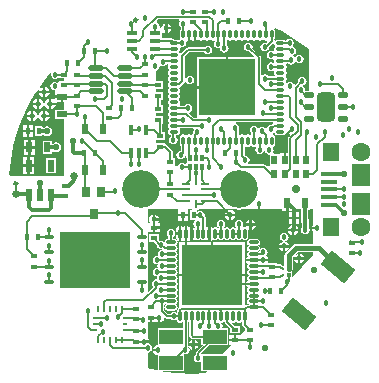
<source format=gtl>
%FSLAX24Y24*%
%MOIN*%
G70*
G01*
G75*
G04 Layer_Physical_Order=1*
G04 Layer_Color=255*
%ADD10C,0.0100*%
G04:AMPARAMS|DCode=11|XSize=63mil|YSize=98.4mil|CornerRadius=15.7mil|HoleSize=0mil|Usage=FLASHONLY|Rotation=0.000|XOffset=0mil|YOffset=0mil|HoleType=Round|Shape=RoundedRectangle|*
%AMROUNDEDRECTD11*
21,1,0.0630,0.0669,0,0,0.0*
21,1,0.0315,0.0984,0,0,0.0*
1,1,0.0315,0.0157,-0.0335*
1,1,0.0315,-0.0157,-0.0335*
1,1,0.0315,-0.0157,0.0335*
1,1,0.0315,0.0157,0.0335*
%
%ADD11ROUNDEDRECTD11*%
G04:AMPARAMS|DCode=12|XSize=33.5mil|YSize=17.7mil|CornerRadius=4.4mil|HoleSize=0mil|Usage=FLASHONLY|Rotation=0.000|XOffset=0mil|YOffset=0mil|HoleType=Round|Shape=RoundedRectangle|*
%AMROUNDEDRECTD12*
21,1,0.0335,0.0089,0,0,0.0*
21,1,0.0246,0.0177,0,0,0.0*
1,1,0.0089,0.0123,-0.0044*
1,1,0.0089,-0.0123,-0.0044*
1,1,0.0089,-0.0123,0.0044*
1,1,0.0089,0.0123,0.0044*
%
%ADD12ROUNDEDRECTD12*%
%ADD13O,0.0335X0.0110*%
%ADD14O,0.0110X0.0335*%
%ADD15R,0.2028X0.2028*%
%ADD16R,0.1850X0.1850*%
%ADD17O,0.0110X0.0315*%
%ADD18O,0.0315X0.0110*%
%ADD19O,0.0276X0.0098*%
%ADD20O,0.0098X0.0276*%
%ADD21O,0.0532X0.0177*%
%ADD22R,0.0142X0.0142*%
%ADD23R,0.0110X0.0110*%
G04:AMPARAMS|DCode=24|XSize=59.1mil|YSize=102.4mil|CornerRadius=0mil|HoleSize=0mil|Usage=FLASHONLY|Rotation=230.000|XOffset=0mil|YOffset=0mil|HoleType=Round|Shape=Rectangle|*
%AMROTATEDRECTD24*
4,1,4,-0.0202,0.0555,0.0582,-0.0103,0.0202,-0.0555,-0.0582,0.0103,-0.0202,0.0555,0.0*
%
%ADD24ROTATEDRECTD24*%

%ADD25R,0.0551X0.0630*%
%ADD26R,0.0630X0.0748*%
%ADD27R,0.0532X0.0157*%
%ADD28R,0.0138X0.0098*%
%ADD29R,0.0098X0.0187*%
%ADD30R,0.0217X0.0394*%
%ADD31R,0.0118X0.0193*%
%ADD32R,0.0118X0.0209*%
%ADD33R,0.0787X0.0472*%
%ADD34R,0.0335X0.0157*%
%ADD35R,0.0157X0.0335*%
%ADD36R,0.0276X0.0354*%
%ADD37R,0.0197X0.0315*%
%ADD38O,0.0315X0.0157*%
%ADD39R,0.2362X0.1890*%
%ADD40R,0.0236X0.0157*%
%ADD41R,0.0197X0.0354*%
%ADD42R,0.0157X0.0236*%
%ADD43R,0.0354X0.0197*%
%ADD44C,0.0060*%
%ADD45C,0.0050*%
%ADD46C,0.0120*%
%ADD47C,0.0181*%
%ADD48C,0.0080*%
%ADD49C,0.0150*%
%ADD50C,0.1260*%
%ADD51C,0.0630*%
%ADD52C,0.0180*%
%ADD53C,0.0197*%
%ADD54C,0.0276*%
%ADD55C,0.0260*%
%ADD56C,0.0220*%
%ADD57C,0.0200*%
G36*
X4008Y-2200D02*
X3321Y-2950D01*
Y-2730D01*
X3306D01*
Y-2717D01*
X3318Y-2698D01*
X3328Y-2650D01*
Y-2612D01*
X3332Y-2605D01*
X3343Y-2550D01*
Y-2259D01*
X3509Y-2093D01*
X4007D01*
X4008Y-2200D01*
D02*
G37*
G36*
X-930Y-4286D02*
X-903Y-4303D01*
X-872Y-4310D01*
X-872Y-4310D01*
X-742D01*
X-729Y-4329D01*
X-683Y-4360D01*
X-628Y-4371D01*
X-573Y-4360D01*
X-540Y-4337D01*
Y-4340D01*
X-532Y-4381D01*
X-508Y-4416D01*
X-474Y-4439D01*
X-433Y-4447D01*
X-392Y-4439D01*
X-357Y-4416D01*
X-334Y-4382D01*
X-317Y-4407D01*
Y-4631D01*
X-1172D01*
Y-5181D01*
X-1216Y-5190D01*
X-1273Y-5227D01*
X-1310Y-5284D01*
X-1315Y-5310D01*
X-1150D01*
Y-5390D01*
X-1315D01*
X-1310Y-5416D01*
X-1273Y-5473D01*
X-1216Y-5510D01*
X-1172Y-5519D01*
Y-6032D01*
X-1436Y-5980D01*
X-1500Y-5962D01*
Y-5443D01*
X-1445Y-5432D01*
X-1399Y-5401D01*
X-1368Y-5355D01*
X-1357Y-5300D01*
X-1368Y-5245D01*
X-1399Y-5199D01*
X-1445Y-5168D01*
X-1475Y-5162D01*
X-1463Y-5143D01*
X-1457Y-5117D01*
X-1623D01*
Y-5037D01*
X-1457D01*
X-1463Y-5011D01*
X-1500Y-4955D01*
Y-4791D01*
X-1491Y-4777D01*
X-1480Y-4723D01*
X-1491Y-4668D01*
X-1500Y-4655D01*
Y-4436D01*
X-1440D01*
Y-4277D01*
X-1360D01*
Y-4436D01*
X-1202D01*
Y-4429D01*
X-1189Y-4437D01*
X-1163Y-4443D01*
Y-4277D01*
X-1083D01*
Y-4443D01*
X-1057Y-4437D01*
X-1000Y-4400D01*
X-963Y-4344D01*
X-950Y-4277D01*
X-952Y-4263D01*
X-930Y-4286D01*
D02*
G37*
G36*
X1263Y-4416D02*
X1298Y-4439D01*
X1339Y-4447D01*
X1380Y-4439D01*
X1415Y-4416D01*
X1437Y-4382D01*
X1460Y-4416D01*
X1495Y-4439D01*
X1536Y-4447D01*
X1577Y-4439D01*
X1612Y-4416D01*
X1634Y-4382D01*
X1651Y-4407D01*
Y-4506D01*
X1651Y-4506D01*
X1657Y-4537D01*
X1675Y-4563D01*
X1732Y-4620D01*
Y-4686D01*
X1565Y-4868D01*
X1440D01*
Y-5027D01*
X1400D01*
Y-5067D01*
X1202D01*
Y-5186D01*
X1274D01*
X990Y-5497D01*
X285D01*
Y-5532D01*
X278Y-5522D01*
X259Y-5509D01*
Y-5502D01*
X557Y-5203D01*
X1172D01*
Y-4631D01*
X958D01*
X982Y-4595D01*
X993Y-4541D01*
X982Y-4486D01*
X955Y-4445D01*
X986Y-4439D01*
X1021Y-4416D01*
X1044Y-4382D01*
X1061Y-4407D01*
Y-4415D01*
X1061Y-4415D01*
X1067Y-4446D01*
X1084Y-4473D01*
X1232Y-4620D01*
Y-4802D01*
X1386D01*
X1400Y-4804D01*
X1414Y-4802D01*
X1568D01*
Y-4544D01*
X1387D01*
X1234Y-4392D01*
X1241Y-4382D01*
X1263Y-4416D01*
D02*
G37*
G36*
X3195Y-707D02*
X3333D01*
Y-650D01*
X3597D01*
Y-677D01*
X3615D01*
Y-782D01*
X3598D01*
Y-1118D01*
X3638D01*
Y-1266D01*
X3618Y-1295D01*
X3607Y-1350D01*
X3618Y-1405D01*
X3649Y-1451D01*
X3695Y-1482D01*
X3750Y-1493D01*
X3805Y-1482D01*
X3851Y-1451D01*
X3882Y-1405D01*
X3893Y-1350D01*
X3882Y-1295D01*
X3862Y-1266D01*
Y-973D01*
X3862Y-973D01*
X3856Y-941D01*
Y-782D01*
X3839D01*
Y-677D01*
X3894D01*
Y-650D01*
X4000D01*
X4003Y-1187D01*
X3979Y-1223D01*
X3974Y-1249D01*
X4139D01*
Y-1329D01*
X3974D01*
X3979Y-1355D01*
X4004Y-1393D01*
X4006Y-1807D01*
X3450D01*
X3404Y-1816D01*
X3395Y-1818D01*
X3349Y-1849D01*
X3099Y-2099D01*
X3068Y-2145D01*
X3057Y-2200D01*
Y-2544D01*
X3010D01*
X2981Y-2515D01*
X2954Y-2497D01*
X2923Y-2491D01*
X2923Y-2491D01*
X2818D01*
Y-2444D01*
X2489D01*
X2502Y-2424D01*
X2508Y-2398D01*
X2342D01*
Y-2318D01*
X2508D01*
X2502Y-2292D01*
X2465Y-2235D01*
X2432Y-2214D01*
X2451Y-2201D01*
X2482Y-2155D01*
X2493Y-2100D01*
X2482Y-2045D01*
X2451Y-1999D01*
X2405Y-1968D01*
X2350Y-1957D01*
X2295Y-1968D01*
X2249Y-1999D01*
X2218Y-2045D01*
X2211Y-2079D01*
X2207D01*
X2182Y-2063D01*
X2216Y-2040D01*
X2239Y-2005D01*
X2247Y-1964D01*
X2239Y-1923D01*
X2216Y-1888D01*
X2182Y-1866D01*
X2216Y-1843D01*
X2239Y-1808D01*
X2247Y-1767D01*
X2239Y-1726D01*
X2216Y-1692D01*
X2181Y-1668D01*
X2140Y-1660D01*
X1916D01*
X1875Y-1668D01*
X1840Y-1692D01*
X1817Y-1726D01*
X1809Y-1767D01*
X1817Y-1808D01*
X1840Y-1843D01*
X1874Y-1866D01*
X1840Y-1888D01*
X1817Y-1923D01*
X1809Y-1964D01*
X1817Y-2005D01*
X1840Y-2040D01*
X1874Y-2063D01*
X1840Y-2085D01*
X1817Y-2120D01*
X1809Y-2161D01*
X1817Y-2202D01*
X1840Y-2237D01*
X1847Y-2241D01*
X1818Y-2260D01*
X1788Y-2305D01*
X1786Y-2318D01*
X2028D01*
Y-2398D01*
X1786D01*
X1788Y-2411D01*
X1818Y-2455D01*
X1847Y-2474D01*
X1840Y-2479D01*
X1817Y-2514D01*
X1809Y-2555D01*
X1817Y-2596D01*
X1840Y-2631D01*
X1874Y-2653D01*
X1840Y-2676D01*
X1817Y-2711D01*
X1809Y-2752D01*
X1817Y-2793D01*
X1840Y-2827D01*
X1874Y-2850D01*
X1840Y-2873D01*
X1817Y-2907D01*
X1809Y-2948D01*
X1817Y-2989D01*
X1840Y-3024D01*
X1847Y-3029D01*
X1818Y-3048D01*
X1788Y-3093D01*
X1786Y-3105D01*
X2028D01*
Y-3185D01*
X1786D01*
X1788Y-3198D01*
X1818Y-3243D01*
X1847Y-3262D01*
X1840Y-3266D01*
X1817Y-3301D01*
X1809Y-3342D01*
X1817Y-3383D01*
X1840Y-3418D01*
X1874Y-3441D01*
X1840Y-3463D01*
X1817Y-3498D01*
X1809Y-3539D01*
X1817Y-3580D01*
X1840Y-3615D01*
X1874Y-3637D01*
X1840Y-3660D01*
X1817Y-3695D01*
X1809Y-3736D01*
X1817Y-3777D01*
X1840Y-3812D01*
X1874Y-3834D01*
X1849Y-3851D01*
X1798D01*
X1767Y-3857D01*
X1756Y-3864D01*
X1744Y-3873D01*
Y-2890D01*
X-444D01*
Y-3928D01*
X-490Y-3975D01*
X-508Y-4001D01*
X-514Y-4033D01*
X-514Y-4033D01*
Y-4049D01*
X-532Y-4075D01*
X-540Y-4116D01*
Y-4118D01*
X-573Y-4096D01*
X-628Y-4085D01*
X-683Y-4096D01*
X-729Y-4127D01*
X-742Y-4146D01*
X-838D01*
X-954Y-4030D01*
Y-3850D01*
X-935Y-3837D01*
X-922Y-3817D01*
X-907D01*
X-882Y-3834D01*
X-916Y-3857D01*
X-939Y-3892D01*
X-947Y-3933D01*
X-939Y-3974D01*
X-916Y-4008D01*
X-881Y-4032D01*
X-840Y-4040D01*
X-616D01*
X-575Y-4032D01*
X-540Y-4008D01*
X-517Y-3974D01*
X-509Y-3933D01*
X-517Y-3892D01*
X-540Y-3857D01*
X-574Y-3834D01*
X-540Y-3812D01*
X-517Y-3777D01*
X-509Y-3736D01*
X-517Y-3695D01*
X-540Y-3660D01*
X-574Y-3637D01*
X-540Y-3615D01*
X-517Y-3580D01*
X-509Y-3539D01*
X-517Y-3498D01*
X-540Y-3463D01*
X-574Y-3441D01*
X-540Y-3418D01*
X-517Y-3383D01*
X-509Y-3342D01*
X-517Y-3301D01*
X-540Y-3266D01*
X-574Y-3244D01*
X-540Y-3221D01*
X-517Y-3186D01*
X-509Y-3145D01*
X-517Y-3104D01*
X-540Y-3069D01*
X-574Y-3047D01*
X-540Y-3024D01*
X-517Y-2989D01*
X-509Y-2948D01*
X-517Y-2907D01*
X-540Y-2873D01*
X-574Y-2850D01*
X-540Y-2827D01*
X-517Y-2793D01*
X-509Y-2752D01*
X-517Y-2711D01*
X-540Y-2676D01*
X-574Y-2653D01*
X-540Y-2631D01*
X-517Y-2596D01*
X-509Y-2555D01*
X-517Y-2514D01*
X-540Y-2479D01*
X-574Y-2456D01*
X-540Y-2434D01*
X-517Y-2399D01*
X-509Y-2358D01*
X-517Y-2317D01*
X-540Y-2282D01*
X-574Y-2259D01*
X-540Y-2237D01*
X-517Y-2202D01*
X-509Y-2161D01*
X-517Y-2120D01*
X-540Y-2085D01*
X-574Y-2063D01*
X-540Y-2040D01*
X-517Y-2005D01*
X-509Y-1964D01*
X-517Y-1923D01*
X-540Y-1888D01*
X-574Y-1866D01*
X-540Y-1843D01*
X-517Y-1808D01*
X-509Y-1767D01*
X-517Y-1726D01*
X-540Y-1692D01*
X-575Y-1668D01*
X-616Y-1660D01*
X-646D01*
Y-1579D01*
X-623Y-1563D01*
X-592Y-1517D01*
X-581Y-1463D01*
X-592Y-1408D01*
X-623Y-1362D01*
X-669Y-1331D01*
X-724Y-1320D01*
X-778Y-1331D01*
X-824Y-1362D01*
X-855Y-1408D01*
X-866Y-1463D01*
X-855Y-1517D01*
X-824Y-1563D01*
X-810Y-1573D01*
Y-1660D01*
X-840D01*
X-881Y-1668D01*
X-916Y-1692D01*
X-939Y-1726D01*
X-945Y-1755D01*
X-949Y-1749D01*
X-995Y-1718D01*
X-1050Y-1707D01*
X-1102Y-1717D01*
X-1132Y-1687D01*
Y-1498D01*
X-1468D01*
Y-1756D01*
X-1279D01*
X-1192Y-1844D01*
X-1193Y-1850D01*
X-1182Y-1905D01*
X-1151Y-1951D01*
X-1105Y-1982D01*
X-1050Y-1993D01*
X-1027Y-1988D01*
X-1005Y-2011D01*
X-1022Y-2007D01*
X-1077Y-2018D01*
X-1123Y-2049D01*
X-1154Y-2095D01*
X-1165Y-2150D01*
X-1154Y-2205D01*
X-1140Y-2226D01*
X-1192Y-2215D01*
X-1247Y-2226D01*
X-1293Y-2257D01*
X-1324Y-2303D01*
X-1335Y-2358D01*
X-1324Y-2412D01*
X-1293Y-2459D01*
X-1247Y-2490D01*
X-1192Y-2501D01*
X-1168Y-2496D01*
X-1171Y-2500D01*
X-1182Y-2555D01*
X-1171Y-2609D01*
X-1167Y-2615D01*
X-1198Y-2609D01*
X-1253Y-2620D01*
X-1299Y-2651D01*
X-1330Y-2697D01*
X-1341Y-2752D01*
X-1330Y-2806D01*
X-1299Y-2853D01*
X-1253Y-2883D01*
X-1198Y-2894D01*
X-1178Y-2890D01*
X-1180Y-2894D01*
X-1191Y-2948D01*
X-1180Y-3003D01*
X-1173Y-3013D01*
X-1228Y-3003D01*
X-1282Y-3013D01*
X-1329Y-3044D01*
X-1359Y-3091D01*
X-1370Y-3145D01*
X-1359Y-3200D01*
X-1329Y-3246D01*
X-1318Y-3253D01*
X-1500Y-3435D01*
Y-3158D01*
X-1495Y-3150D01*
X-1485Y-3100D01*
X-1495Y-3050D01*
X-1500Y-3042D01*
Y-2658D01*
X-1495Y-2650D01*
X-1485Y-2600D01*
X-1495Y-2550D01*
X-1500Y-2542D01*
Y-2158D01*
X-1495Y-2150D01*
X-1485Y-2100D01*
X-1495Y-2050D01*
X-1500Y-2042D01*
Y-1658D01*
X-1495Y-1650D01*
X-1485Y-1600D01*
X-1495Y-1550D01*
X-1500Y-1542D01*
Y-650D01*
X-10D01*
X7Y-675D01*
X16Y-682D01*
X-102D01*
Y-1018D01*
X143D01*
X103Y-1026D01*
X57Y-1057D01*
X26Y-1103D01*
X15Y-1158D01*
X26Y-1213D01*
X57Y-1259D01*
X76Y-1272D01*
Y-1289D01*
X58Y-1262D01*
X14Y-1233D01*
X1Y-1230D01*
Y-1472D01*
Y-1714D01*
X14Y-1712D01*
X58Y-1682D01*
X77Y-1653D01*
X82Y-1660D01*
X117Y-1683D01*
X158Y-1691D01*
X199Y-1683D01*
X234Y-1660D01*
X256Y-1626D01*
X279Y-1660D01*
X314Y-1683D01*
X355Y-1691D01*
X396Y-1683D01*
X431Y-1660D01*
X435Y-1653D01*
X454Y-1682D01*
X499Y-1712D01*
X512Y-1714D01*
Y-1472D01*
Y-1230D01*
X499Y-1233D01*
X454Y-1262D01*
X436Y-1289D01*
Y-955D01*
X430Y-924D01*
X412Y-897D01*
X391Y-883D01*
X387Y-879D01*
X393Y-850D01*
X382Y-795D01*
X351Y-749D01*
X305Y-718D01*
X250Y-707D01*
X195Y-718D01*
X156Y-745D01*
Y-700D01*
X193Y-675D01*
X210Y-650D01*
X1334D01*
X1401Y-670D01*
X1534Y-683D01*
X1667Y-670D01*
X1733Y-650D01*
X2138D01*
X2142Y-652D01*
X2168Y-658D01*
Y-492D01*
X2248D01*
Y-658D01*
X2274Y-652D01*
X2278Y-650D01*
X2976D01*
Y-707D01*
X3115D01*
Y-450D01*
X3195D01*
Y-707D01*
D02*
G37*
G36*
X1995Y1427D02*
X2036Y1419D01*
X2077Y1427D01*
X2080Y1429D01*
X2115Y1394D01*
X2101Y1372D01*
X2090Y1317D01*
X2101Y1263D01*
X2132Y1216D01*
X2178Y1185D01*
X2233Y1175D01*
X2287Y1185D01*
X2334Y1216D01*
X2365Y1263D01*
X2365Y1263D01*
X2415D01*
X2418Y1245D01*
X2449Y1199D01*
X2495Y1168D01*
X2550Y1157D01*
X2570Y1141D01*
Y779D01*
D01*
Y779D01*
X2560Y768D01*
X2479D01*
X2440Y808D01*
X2413Y825D01*
X2382Y832D01*
X2382Y832D01*
X1866D01*
X1851Y879D01*
X1857Y883D01*
X1888Y930D01*
X1899Y984D01*
X1888Y1039D01*
X1857Y1085D01*
X1811Y1116D01*
X1756Y1127D01*
X1724Y1289D01*
Y1424D01*
X1768Y1447D01*
X1798Y1427D01*
X1839Y1419D01*
X1880Y1427D01*
X1915Y1450D01*
X1960D01*
X1995Y1427D01*
D02*
G37*
G36*
X3177Y1877D02*
X3230Y1843D01*
X3235Y1793D01*
X3196Y1754D01*
X3179Y1729D01*
X3174Y1700D01*
Y1224D01*
X3113D01*
Y986D01*
X3033D01*
Y1224D01*
X2894D01*
Y1194D01*
X2867D01*
Y1194D01*
X2700D01*
X2677Y1238D01*
X2682Y1245D01*
X2693Y1300D01*
X2682Y1355D01*
X2682Y1355D01*
X2682Y1355D01*
X2667Y1427D01*
X2702Y1450D01*
X2725Y1485D01*
X2734Y1526D01*
Y1731D01*
X2725Y1772D01*
X2702Y1806D01*
X2673Y1826D01*
X2681Y1869D01*
X2724Y1877D01*
X2744Y1848D01*
X2778Y1825D01*
X2819Y1816D01*
X3024D01*
X3065Y1825D01*
X3100Y1848D01*
X3123Y1883D01*
X3123Y1883D01*
D01*
D01*
D01*
Y1883D01*
X3145Y1926D01*
X3177Y1877D01*
D02*
G37*
G36*
X2677Y2188D02*
X2663Y2178D01*
X2663Y2178D01*
X2623Y2138D01*
X2600Y2143D01*
X2545Y2132D01*
X2499Y2101D01*
X2468Y2055D01*
X2465Y2038D01*
X2416Y2029D01*
X2401Y2051D01*
X2355Y2082D01*
X2300Y2093D01*
X2245Y2082D01*
X2199Y2051D01*
X2199Y2051D01*
Y2051D01*
X2168Y2040D01*
D01*
X2137Y2087D01*
X2090Y2118D01*
X2036Y2129D01*
X1981Y2118D01*
X1935Y2087D01*
X1904Y2040D01*
X1893Y1986D01*
X1904Y1931D01*
X1935Y1885D01*
X1946Y1877D01*
X1944Y1827D01*
X1910Y1810D01*
X1880Y1830D01*
X1839Y1838D01*
X1798Y1830D01*
X1763Y1806D01*
X1718D01*
X1683Y1830D01*
X1642Y1838D01*
X1601Y1830D01*
X1571Y1810D01*
X1527Y1833D01*
Y1988D01*
X1532Y1995D01*
X1543Y2050D01*
X1532Y2105D01*
X1501Y2151D01*
X1455Y2182D01*
X1434Y2186D01*
X1439Y2236D01*
X2663D01*
X2677Y2188D01*
D02*
G37*
G36*
X2969Y5268D02*
X3369Y5018D01*
X3869Y4668D01*
Y3284D01*
X3756D01*
X3742Y3298D01*
X3743Y3300D01*
X3732Y3355D01*
X3701Y3401D01*
X3679Y3416D01*
X3688Y3465D01*
X3705Y3468D01*
X3751Y3499D01*
X3782Y3545D01*
X3793Y3600D01*
X3782Y3655D01*
X3751Y3701D01*
X3705Y3732D01*
X3650Y3743D01*
X3595Y3732D01*
X3549Y3701D01*
X3518Y3655D01*
X3507Y3600D01*
X3513Y3571D01*
X3430Y3488D01*
X3382Y3503D01*
X3382Y3505D01*
X3351Y3551D01*
X3305Y3582D01*
X3250Y3593D01*
X3195Y3582D01*
X3149Y3551D01*
X3149Y3551D01*
Y3551D01*
X3142Y3548D01*
X3100Y3575D01*
Y3619D01*
X3123Y3654D01*
X3131Y3695D01*
X3123Y3736D01*
X3100Y3771D01*
Y3816D01*
X3123Y3851D01*
X3131Y3892D01*
X3123Y3933D01*
X3100Y3968D01*
Y4013D01*
X3123Y4048D01*
X3131Y4089D01*
X3123Y4130D01*
X3103Y4160D01*
X3126Y4204D01*
X3171Y4199D01*
X3217Y4168D01*
X3272Y4157D01*
X3326Y4168D01*
X3373Y4199D01*
X3404Y4245D01*
Y4245D01*
X3404D01*
D01*
Y4245D01*
X3447Y4252D01*
X3449Y4249D01*
X3495Y4218D01*
X3550Y4207D01*
X3605Y4218D01*
X3651Y4249D01*
X3682Y4295D01*
X3693Y4350D01*
X3682Y4405D01*
X3651Y4451D01*
X3605Y4482D01*
X3550Y4493D01*
X3495Y4482D01*
X3449Y4451D01*
X3418Y4405D01*
Y4405D01*
X3418D01*
D01*
Y4405D01*
X3375Y4398D01*
X3373Y4401D01*
X3367Y4404D01*
X3355Y4468D01*
X3401Y4499D01*
X3432Y4545D01*
X3443Y4600D01*
X3432Y4655D01*
X3401Y4701D01*
X3355Y4732D01*
X3354Y4732D01*
X3337Y4757D01*
X3327Y4780D01*
X3356Y4822D01*
X3366Y4876D01*
X3356Y4931D01*
X3325Y4977D01*
X3278Y5008D01*
X3224Y5019D01*
X3169Y5008D01*
X3123Y4977D01*
X3123Y4977D01*
Y4977D01*
X3091Y4958D01*
X3065Y4975D01*
X3024Y4984D01*
X2819D01*
X2778Y4975D01*
X2752Y4958D01*
X2731Y4969D01*
X2718Y5018D01*
X2725Y5028D01*
X2734Y5069D01*
Y5274D01*
X2725Y5315D01*
X2704Y5346D01*
X2737Y5384D01*
X2969Y5268D01*
D02*
G37*
G36*
X-856Y4193D02*
X-816Y4185D01*
X-803Y4160D01*
X-823Y4130D01*
X-831Y4089D01*
X-823Y4048D01*
X-800Y4013D01*
Y3968D01*
X-823Y3933D01*
X-831Y3892D01*
X-823Y3851D01*
X-800Y3816D01*
Y3771D01*
X-823Y3736D01*
X-831Y3695D01*
X-823Y3654D01*
X-800Y3619D01*
Y3574D01*
X-823Y3539D01*
X-831Y3498D01*
X-823Y3457D01*
X-800Y3423D01*
Y3377D01*
X-823Y3343D01*
X-831Y3302D01*
X-823Y3261D01*
X-800Y3226D01*
Y3181D01*
X-823Y3146D01*
X-831Y3105D01*
X-823Y3064D01*
X-800Y3029D01*
Y2984D01*
X-823Y2949D01*
X-831Y2908D01*
X-823Y2867D01*
X-800Y2832D01*
Y2787D01*
X-823Y2752D01*
X-831Y2711D01*
X-823Y2670D01*
X-800Y2635D01*
Y2590D01*
X-823Y2555D01*
X-831Y2514D01*
X-823Y2473D01*
X-800Y2438D01*
Y2393D01*
X-823Y2358D01*
X-831Y2317D01*
X-823Y2276D01*
X-800Y2242D01*
Y2196D01*
X-823Y2161D01*
X-831Y2120D01*
X-823Y2079D01*
X-800Y2045D01*
Y1999D01*
X-823Y1965D01*
X-831Y1924D01*
X-823Y1883D01*
X-800Y1848D01*
X-765Y1825D01*
X-732Y1818D01*
Y1764D01*
X-751Y1751D01*
X-782Y1705D01*
X-793Y1650D01*
X-782Y1595D01*
X-751Y1549D01*
X-705Y1518D01*
X-650Y1507D01*
X-595Y1518D01*
X-549Y1549D01*
X-518Y1595D01*
X-507Y1650D01*
X-518Y1705D01*
X-549Y1751D01*
X-568Y1764D01*
Y1816D01*
X-519D01*
X-478Y1825D01*
X-444Y1848D01*
X-420Y1883D01*
X-412Y1924D01*
X-420Y1965D01*
X-440Y1995D01*
X-417Y2039D01*
X21D01*
X45Y1995D01*
X18Y1955D01*
X7Y1900D01*
X12Y1877D01*
X10Y1875D01*
X-8Y1849D01*
X-12Y1829D01*
X-58Y1809D01*
X-89Y1830D01*
X-130Y1838D01*
X-171Y1830D01*
X-205Y1806D01*
X-251D01*
X-285Y1830D01*
X-326Y1838D01*
X-367Y1830D01*
X-402Y1806D01*
X-425Y1772D01*
X-434Y1731D01*
Y1526D01*
X-425Y1485D01*
X-408Y1459D01*
Y1291D01*
X-455Y1282D01*
X-501Y1251D01*
X-532Y1205D01*
X-543Y1150D01*
X-532Y1095D01*
X-501Y1049D01*
X-455Y1018D01*
X-400Y1007D01*
X-345Y1018D01*
X-299Y1049D01*
X-268Y1095D01*
X-261Y1132D01*
X-211Y1127D01*
Y1080D01*
X-211Y1080D01*
X-206Y1054D01*
Y901D01*
D01*
X-206Y901D01*
X-206Y899D01*
X-206D01*
Y881D01*
X-217Y873D01*
X-250Y856D01*
X-293Y884D01*
X-348Y895D01*
X-402Y884D01*
X-449Y853D01*
X-480Y807D01*
X-487Y768D01*
X-582D01*
Y798D01*
X-582D01*
Y1056D01*
X-668D01*
Y1250D01*
X-668Y1250D01*
X-675Y1281D01*
X-692Y1308D01*
X-692Y1308D01*
X-865Y1481D01*
X-892Y1498D01*
X-923Y1504D01*
X-932Y1550D01*
Y1552D01*
X-1231D01*
Y1648D01*
X-932D01*
Y1906D01*
X-1018D01*
Y2194D01*
X-982D01*
Y2452D01*
X-1231D01*
Y2548D01*
X-982D01*
Y2806D01*
X-1068D01*
Y2994D01*
X-982D01*
Y3252D01*
X-1231D01*
Y3348D01*
X-982D01*
Y3606D01*
X-1231D01*
Y3961D01*
X-1195Y3968D01*
X-1149Y3999D01*
X-1118Y4045D01*
X-1107Y4100D01*
X-1107Y4100D01*
X-1107Y4100D01*
X-1107Y4102D01*
X-1061Y4123D01*
X-1055Y4118D01*
X-1000Y4107D01*
X-945Y4118D01*
X-899Y4149D01*
X-869Y4194D01*
X-856Y4193D01*
D02*
G37*
G36*
X-451Y5662D02*
X-431Y5624D01*
X-459Y5582D01*
X-470Y5527D01*
X-459Y5473D01*
X-428Y5426D01*
X-403Y5409D01*
Y5349D01*
X-425Y5315D01*
X-434Y5274D01*
Y5069D01*
X-425Y5028D01*
X-422Y5023D01*
X-428Y5008D01*
X-475Y4977D01*
X-475Y4976D01*
X-478Y4975D01*
Y4975D01*
X-478Y4975D01*
X-519Y4984D01*
X-613D01*
X-638Y5008D01*
X-664Y5025D01*
X-695Y5032D01*
X-695Y5032D01*
X-1029D01*
Y5047D01*
X-1029D01*
Y5217D01*
X-985Y5240D01*
X-944Y5213D01*
X-917Y5207D01*
Y5373D01*
Y5538D01*
X-944Y5533D01*
X-1000Y5495D01*
X-1037Y5439D01*
X-1045Y5399D01*
X-1094Y5387D01*
X-1107Y5403D01*
X-1103Y5426D01*
X-1116Y5492D01*
X-1153Y5549D01*
X-1200Y5580D01*
X-1204Y5616D01*
X-1200Y5635D01*
X-1166Y5668D01*
X-455D01*
X-451Y5662D01*
D02*
G37*
G36*
X107Y4939D02*
X120Y4942D01*
X165Y4972D01*
X165Y4972D01*
X188Y4994D01*
X223Y4970D01*
X264Y4962D01*
X305Y4970D01*
X340Y4994D01*
X385D01*
X420Y4970D01*
X461Y4962D01*
X502Y4970D01*
X537Y4994D01*
X582D01*
X617Y4970D01*
X658Y4962D01*
X699Y4970D01*
X706Y4975D01*
X742Y4940D01*
X718Y4905D01*
X707Y4850D01*
X718Y4795D01*
X749Y4749D01*
X795Y4718D01*
X850Y4707D01*
X860Y4709D01*
X907Y4700D01*
X918Y4645D01*
X949Y4599D01*
X995Y4568D01*
X1050Y4557D01*
X1105Y4568D01*
X1151Y4599D01*
X1182Y4645D01*
X1193Y4700D01*
X1182Y4755D01*
X1151Y4801D01*
X1132Y4814D01*
Y4966D01*
X1145Y4975D01*
X1176Y4991D01*
X1207Y4970D01*
X1248Y4962D01*
X1289Y4970D01*
X1324Y4994D01*
X1369D01*
X1404Y4970D01*
X1445Y4962D01*
X1486Y4970D01*
X1521Y4994D01*
X1566D01*
X1601Y4970D01*
X1642Y4962D01*
X1683Y4970D01*
X1718Y4994D01*
X1763D01*
X1798Y4970D01*
X1839Y4962D01*
X1880Y4970D01*
X1915Y4994D01*
X1960D01*
X1995Y4970D01*
X2036Y4962D01*
X2077Y4970D01*
X2112Y4994D01*
X2157D01*
X2192Y4970D01*
X2233Y4962D01*
X2274Y4970D01*
X2308Y4994D01*
X2354D01*
X2389Y4970D01*
X2430Y4962D01*
X2462Y4969D01*
X2485Y4924D01*
X2445Y4884D01*
X2400Y4893D01*
X2345Y4882D01*
X2299Y4851D01*
X2268Y4805D01*
X2257Y4750D01*
X2268Y4695D01*
X2299Y4649D01*
X2345Y4618D01*
X2400Y4607D01*
X2455Y4618D01*
X2501Y4649D01*
X2532Y4695D01*
X2543Y4750D01*
X2543Y4751D01*
X2667Y4876D01*
X2715Y4861D01*
X2720Y4835D01*
X2744Y4801D01*
Y4755D01*
X2720Y4721D01*
X2712Y4680D01*
X2720Y4639D01*
X2678Y4610D01*
X2672Y4615D01*
X2617Y4625D01*
X2563Y4615D01*
X2516Y4584D01*
X2485Y4537D01*
X2475Y4483D01*
X2485Y4428D01*
X2516Y4382D01*
X2563Y4351D01*
X2617Y4340D01*
X2672Y4351D01*
X2678Y4355D01*
X2720Y4327D01*
X2712Y4286D01*
X2720Y4245D01*
X2722Y4242D01*
X2687Y4207D01*
X2666Y4221D01*
X2611Y4232D01*
X2556Y4221D01*
X2510Y4190D01*
X2479Y4144D01*
X2468Y4089D01*
X2479Y4034D01*
X2510Y3988D01*
X2556Y3957D01*
X2611Y3946D01*
X2666Y3957D01*
X2687Y3971D01*
X2722Y3936D01*
X2720Y3933D01*
X2712Y3892D01*
X2720Y3851D01*
X2740Y3821D01*
X2717Y3777D01*
X2519D01*
X2506Y3796D01*
X2459Y3827D01*
X2405Y3838D01*
X2350Y3827D01*
X2321Y3807D01*
X2276Y3831D01*
Y4400D01*
X2276Y4400D01*
X2271Y4429D01*
X2254Y4454D01*
X1987Y4721D01*
X1993Y4750D01*
X1982Y4805D01*
X1951Y4851D01*
X1905Y4882D01*
X1850Y4893D01*
X1795Y4882D01*
X1749Y4851D01*
X1718Y4805D01*
X1707Y4750D01*
X1718Y4695D01*
X1749Y4649D01*
X1795Y4618D01*
X1850Y4607D01*
X1879Y4613D01*
X2040Y4451D01*
X2021Y4405D01*
X1190D01*
Y3400D01*
X1150D01*
Y3360D01*
X145D01*
Y2395D01*
D01*
Y2395D01*
X132Y2382D01*
X34D01*
X-120Y2535D01*
X-106Y2579D01*
X-60Y2610D01*
X-29Y2656D01*
X-18Y2711D01*
X-29Y2766D01*
X-60Y2812D01*
X-106Y2843D01*
X-161Y2854D01*
X-216Y2843D01*
X-262Y2812D01*
X-275Y2793D01*
X-417D01*
X-440Y2837D01*
X-420Y2867D01*
X-412Y2908D01*
X-420Y2949D01*
X-444Y2984D01*
Y3029D01*
X-420Y3064D01*
X-412Y3105D01*
X-420Y3146D01*
X-444Y3181D01*
Y3226D01*
X-420Y3261D01*
X-412Y3302D01*
X-420Y3343D01*
X-443Y3376D01*
X-424Y3422D01*
X-420Y3423D01*
X-394Y3441D01*
X-292Y3542D01*
X-292Y3542D01*
X-282Y3558D01*
X-275Y3569D01*
X-273Y3575D01*
X-224Y3584D01*
X-201Y3549D01*
X-155Y3518D01*
X-100Y3507D01*
X-45Y3518D01*
X1Y3549D01*
X32Y3595D01*
X43Y3650D01*
X32Y3705D01*
X1Y3751D01*
X-45Y3782D01*
X-100Y3793D01*
X-155Y3782D01*
X-201Y3751D01*
X-221Y3722D01*
X-268Y3736D01*
Y4416D01*
X-116Y4568D01*
X386D01*
X399Y4549D01*
X445Y4518D01*
X500Y4507D01*
X555Y4518D01*
X601Y4549D01*
X632Y4595D01*
X643Y4650D01*
X632Y4705D01*
X601Y4751D01*
X555Y4782D01*
X500Y4793D01*
X445Y4782D01*
X399Y4751D01*
X386Y4732D01*
X-150D01*
X-150Y4732D01*
X-181Y4725D01*
X-208Y4708D01*
X-208Y4708D01*
X-381Y4534D01*
X-431Y4539D01*
X-444Y4558D01*
Y4604D01*
X-420Y4639D01*
X-412Y4680D01*
X-416Y4700D01*
X-381Y4735D01*
X-374Y4734D01*
X-319Y4744D01*
X-273Y4775D01*
X-242Y4822D01*
X-231Y4876D01*
X-241Y4925D01*
X-199Y4953D01*
X-182Y4942D01*
X-170Y4939D01*
Y5172D01*
X-90D01*
Y4939D01*
X-77Y4942D01*
X-32Y4972D01*
X-30D01*
X15Y4942D01*
X27Y4939D01*
Y5172D01*
X107D01*
Y4939D01*
D02*
G37*
G36*
X-4711Y3871D02*
X-4720Y3827D01*
X-4709Y3773D01*
X-4678Y3726D01*
X-4632Y3695D01*
X-4577Y3684D01*
X-4523Y3695D01*
X-4518Y3698D01*
X-4468Y3698D01*
Y3698D01*
X-4304D01*
Y3602D01*
X-4468D01*
Y3583D01*
X-4512Y3560D01*
X-4545Y3582D01*
X-4600Y3593D01*
X-4655Y3582D01*
X-4701Y3551D01*
X-4732Y3505D01*
X-4743Y3450D01*
X-4732Y3395D01*
X-4701Y3349D01*
X-4655Y3318D01*
X-4607Y3309D01*
Y3274D01*
X-4607D01*
Y3135D01*
X-4350D01*
Y3095D01*
X-4310D01*
Y2917D01*
X-4304D01*
Y2653D01*
X-4577D01*
Y2356D01*
X-4304D01*
Y450D01*
X-6100D01*
X-6125Y527D01*
X-6074Y962D01*
X-5980Y1436D01*
X-5849Y1900D01*
X-5682Y2353D01*
X-5479Y2792D01*
X-5244Y3213D01*
X-5169Y3325D01*
X-5122Y3306D01*
X-5126Y3290D01*
X-4990D01*
Y3426D01*
X-5020Y3420D01*
X-5068Y3388D01*
X-5103Y3423D01*
X-4975Y3615D01*
X-4757Y3892D01*
X-4711Y3871D01*
D02*
G37*
G36*
X-121Y-4407D02*
Y-4861D01*
X-121Y-4861D01*
X-114Y-4892D01*
X-97Y-4919D01*
X-41Y-4975D01*
X-41Y-4975D01*
X-14Y-4992D01*
X17Y-4999D01*
X17Y-4999D01*
X285D01*
Y-5203D01*
X327D01*
X119Y-5410D01*
X102Y-5437D01*
X96Y-5468D01*
X96Y-5468D01*
Y-5509D01*
X76Y-5522D01*
X45Y-5568D01*
X34Y-5623D01*
X45Y-5677D01*
X76Y-5724D01*
X123Y-5755D01*
X177Y-5766D01*
X232Y-5755D01*
X278Y-5724D01*
X285Y-5714D01*
Y-6069D01*
X465D01*
X406Y-6134D01*
X0Y-6150D01*
X-483Y-6131D01*
X-962Y-6074D01*
X-986Y-6069D01*
X-285D01*
Y-5497D01*
X-327D01*
X-309Y-5479D01*
X-305Y-5482D01*
X-250Y-5493D01*
X-195Y-5482D01*
X-149Y-5451D01*
X-118Y-5405D01*
X-107Y-5350D01*
X-118Y-5295D01*
X-149Y-5249D01*
X-154Y-5246D01*
Y-4407D01*
X-137Y-4382D01*
X-121Y-4407D01*
D02*
G37*
%LPC*%
G36*
X2093Y-1217D02*
X1967D01*
Y-1343D01*
X1993Y-1337D01*
X2050Y-1300D01*
X2087Y-1243D01*
X2093Y-1217D01*
D02*
G37*
G36*
X-473Y-1230D02*
X-485Y-1233D01*
X-530Y-1262D01*
X-560Y-1307D01*
X-570Y-1360D01*
Y-1432D01*
X-473D01*
Y-1230D01*
D02*
G37*
G36*
X945Y-1012D02*
X891Y-1023D01*
X844Y-1054D01*
X813Y-1100D01*
X803Y-1155D01*
X813Y-1209D01*
X844Y-1256D01*
X864Y-1269D01*
Y-1293D01*
X847Y-1318D01*
X824Y-1284D01*
X789Y-1261D01*
X748Y-1253D01*
X707Y-1261D01*
X673Y-1284D01*
X668Y-1291D01*
X649Y-1262D01*
X604Y-1233D01*
X592Y-1230D01*
Y-1472D01*
Y-1714D01*
X604Y-1712D01*
X649Y-1682D01*
X668Y-1653D01*
X673Y-1660D01*
X707Y-1683D01*
X748Y-1691D01*
X789Y-1683D01*
X824Y-1660D01*
X847Y-1626D01*
X869Y-1660D01*
X904Y-1683D01*
X945Y-1691D01*
X986Y-1683D01*
X1021Y-1660D01*
X1044Y-1626D01*
X1066Y-1660D01*
X1101Y-1683D01*
X1142Y-1691D01*
X1183Y-1683D01*
X1218Y-1660D01*
X1241Y-1626D01*
X1263Y-1660D01*
X1298Y-1683D01*
X1339Y-1691D01*
X1380Y-1683D01*
X1415Y-1660D01*
X1437Y-1626D01*
X1460Y-1660D01*
X1495Y-1683D01*
X1536Y-1691D01*
X1577Y-1683D01*
X1612Y-1660D01*
X1634Y-1626D01*
X1657Y-1660D01*
X1692Y-1683D01*
X1733Y-1691D01*
X1774Y-1683D01*
X1808Y-1660D01*
X1832Y-1625D01*
X1840Y-1584D01*
Y-1360D01*
X1832Y-1319D01*
X1830Y-1317D01*
X1861Y-1337D01*
X1887Y-1343D01*
Y-1217D01*
X1762D01*
X1767Y-1243D01*
X1783Y-1267D01*
X1774Y-1261D01*
X1733Y-1253D01*
X1692Y-1261D01*
X1657Y-1284D01*
X1634Y-1318D01*
X1617Y-1293D01*
Y-1278D01*
X1637Y-1265D01*
X1668Y-1219D01*
X1679Y-1164D01*
X1668Y-1110D01*
X1637Y-1063D01*
X1590Y-1032D01*
X1536Y-1021D01*
X1481Y-1032D01*
X1435Y-1063D01*
X1404Y-1110D01*
X1393Y-1164D01*
X1404Y-1219D01*
X1435Y-1265D01*
X1454Y-1278D01*
Y-1293D01*
X1437Y-1318D01*
X1415Y-1284D01*
X1380Y-1261D01*
X1339Y-1253D01*
X1298Y-1261D01*
X1263Y-1284D01*
X1241Y-1318D01*
X1218Y-1284D01*
X1183Y-1261D01*
X1142Y-1253D01*
X1101Y-1261D01*
X1066Y-1284D01*
X1044Y-1318D01*
X1027Y-1293D01*
Y-1269D01*
X1046Y-1256D01*
X1077Y-1209D01*
X1088Y-1155D01*
X1077Y-1100D01*
X1046Y-1054D01*
X1000Y-1023D01*
X945Y-1012D01*
D02*
G37*
G36*
X1415Y-890D02*
X1290D01*
Y-1015D01*
X1316Y-1010D01*
X1373Y-973D01*
X1410Y-916D01*
X1415Y-890D01*
D02*
G37*
G36*
X-1340Y-835D02*
X-1366Y-840D01*
X-1423Y-877D01*
X-1460Y-934D01*
X-1473Y-1000D01*
X-1460Y-1066D01*
X-1428Y-1114D01*
X-1498D01*
Y-1432D01*
X-1340D01*
Y-1273D01*
X-1300D01*
Y-1233D01*
X-1102D01*
Y-1114D01*
X-1172D01*
X-1140Y-1066D01*
X-1135Y-1040D01*
X-1300D01*
Y-1000D01*
X-1340D01*
Y-835D01*
D02*
G37*
G36*
X-1102Y-1313D02*
X-1260D01*
Y-1432D01*
X-1102D01*
Y-1313D01*
D02*
G37*
G36*
X3350Y-1177D02*
X3284Y-1190D01*
X3227Y-1227D01*
X3190Y-1284D01*
X3185Y-1310D01*
X3515D01*
X3510Y-1284D01*
X3473Y-1227D01*
X3416Y-1190D01*
X3350Y-1177D01*
D02*
G37*
G36*
X-367Y-890D02*
X-486D01*
Y-1048D01*
X-367D01*
Y-890D01*
D02*
G37*
G36*
X1967Y-1012D02*
Y-1137D01*
X2093D01*
X2087Y-1111D01*
X2050Y-1055D01*
X1993Y-1017D01*
X1967Y-1012D01*
D02*
G37*
G36*
X1210Y-890D02*
X1085D01*
X1090Y-916D01*
X1127Y-973D01*
X1184Y-1010D01*
X1210Y-1015D01*
Y-890D01*
D02*
G37*
G36*
X-168D02*
X-287D01*
Y-1048D01*
X-168D01*
Y-890D01*
D02*
G37*
G36*
X-276Y-1230D02*
X-289Y-1233D01*
X-333Y-1262D01*
X-334Y-1264D01*
X-335Y-1262D01*
X-380Y-1233D01*
X-393Y-1230D01*
Y-1472D01*
Y-1714D01*
X-380Y-1712D01*
X-335Y-1682D01*
X-334Y-1680D01*
X-333Y-1682D01*
X-289Y-1712D01*
X-276Y-1714D01*
Y-1472D01*
Y-1230D01*
D02*
G37*
G36*
X-79D02*
X-92Y-1233D01*
X-136Y-1262D01*
X-137Y-1264D01*
X-138Y-1262D01*
X-183Y-1233D01*
X-196Y-1230D01*
Y-1472D01*
Y-1714D01*
X-183Y-1712D01*
X-138Y-1682D01*
X-137Y-1680D01*
X-136Y-1682D01*
X-92Y-1712D01*
X-79Y-1714D01*
Y-1472D01*
Y-1230D01*
D02*
G37*
G36*
X1887Y-1012D02*
X1861Y-1017D01*
X1805Y-1055D01*
X1767Y-1111D01*
X1762Y-1137D01*
X1887D01*
Y-1012D01*
D02*
G37*
G36*
X3532Y-990D02*
X3214D01*
Y-1148D01*
X3532D01*
Y-990D01*
D02*
G37*
G36*
X610Y-1756D02*
X-444D01*
Y-2810D01*
X610D01*
Y-1756D01*
D02*
G37*
G36*
X1360Y-4868D02*
X1202D01*
Y-4987D01*
X1360D01*
Y-4868D01*
D02*
G37*
G36*
X3510Y-2340D02*
X3385D01*
X3390Y-2366D01*
X3427Y-2423D01*
X3484Y-2460D01*
X3510Y-2465D01*
Y-2340D01*
D02*
G37*
G36*
X1744Y-1756D02*
X690D01*
Y-2810D01*
X1744D01*
Y-1756D01*
D02*
G37*
G36*
X188Y-5217D02*
X63D01*
Y-5343D01*
X89Y-5337D01*
X145Y-5300D01*
X183Y-5243D01*
X188Y-5217D01*
D02*
G37*
G36*
X-17D02*
X-143D01*
X-137Y-5243D01*
X-100Y-5300D01*
X-44Y-5337D01*
X-17Y-5343D01*
Y-5217D01*
D02*
G37*
G36*
X63Y-5012D02*
Y-5137D01*
X188D01*
X183Y-5111D01*
X145Y-5055D01*
X89Y-5017D01*
X63Y-5012D01*
D02*
G37*
G36*
X-17D02*
X-44Y-5017D01*
X-100Y-5055D01*
X-137Y-5111D01*
X-143Y-5137D01*
X-17D01*
Y-5012D01*
D02*
G37*
G36*
X3715Y-2340D02*
X3590D01*
Y-2465D01*
X3616Y-2460D01*
X3673Y-2423D01*
X3710Y-2366D01*
X3715Y-2340D01*
D02*
G37*
G36*
X-473Y-1512D02*
X-570D01*
Y-1584D01*
X-560Y-1637D01*
X-530Y-1682D01*
X-485Y-1712D01*
X-473Y-1714D01*
Y-1512D01*
D02*
G37*
G36*
X3050Y-1457D02*
X2995Y-1468D01*
X2949Y-1499D01*
X2918Y-1545D01*
X2907Y-1600D01*
X2918Y-1655D01*
X2949Y-1701D01*
X2995Y-1732D01*
X3010Y-1735D01*
X2984Y-1740D01*
X2927Y-1777D01*
X2890Y-1834D01*
X2885Y-1860D01*
X3215D01*
X3210Y-1834D01*
X3173Y-1777D01*
X3116Y-1740D01*
X3090Y-1735D01*
X3105Y-1732D01*
X3151Y-1701D01*
X3182Y-1655D01*
X3193Y-1600D01*
X3182Y-1545D01*
X3151Y-1499D01*
X3105Y-1468D01*
X3050Y-1457D01*
D02*
G37*
G36*
X3515Y-1390D02*
X3390D01*
Y-1515D01*
X3416Y-1510D01*
X3473Y-1473D01*
X3510Y-1416D01*
X3515Y-1390D01*
D02*
G37*
G36*
X3310D02*
X3185D01*
X3190Y-1416D01*
X3227Y-1473D01*
X3284Y-1510D01*
X3310Y-1515D01*
Y-1390D01*
D02*
G37*
G36*
X3590Y-2135D02*
Y-2260D01*
X3715D01*
X3710Y-2234D01*
X3673Y-2177D01*
X3616Y-2140D01*
X3590Y-2135D01*
D02*
G37*
G36*
X3510D02*
X3484Y-2140D01*
X3427Y-2177D01*
X3390Y-2234D01*
X3385Y-2260D01*
X3510D01*
Y-2135D01*
D02*
G37*
G36*
X3215Y-1940D02*
X3090D01*
Y-2065D01*
X3116Y-2060D01*
X3173Y-2023D01*
X3210Y-1966D01*
X3215Y-1940D01*
D02*
G37*
G36*
X3010D02*
X2885D01*
X2890Y-1966D01*
X2927Y-2023D01*
X2984Y-2060D01*
X3010Y-2065D01*
Y-1940D01*
D02*
G37*
G36*
X-4990Y2626D02*
X-5020Y2620D01*
X-5080Y2580D01*
X-5120Y2520D01*
X-5125Y2493D01*
X-5175D01*
X-5180Y2520D01*
X-5220Y2580D01*
X-5280Y2620D01*
X-5310Y2626D01*
Y2450D01*
Y2274D01*
X-5280Y2280D01*
X-5220Y2320D01*
X-5180Y2380D01*
X-5175Y2407D01*
X-5125D01*
X-5120Y2380D01*
X-5080Y2320D01*
X-5020Y2280D01*
X-4990Y2274D01*
Y2450D01*
Y2626D01*
D02*
G37*
G36*
X-4910D02*
Y2490D01*
X-4774D01*
X-4780Y2520D01*
X-4820Y2580D01*
X-4880Y2620D01*
X-4910Y2626D01*
D02*
G37*
G36*
X-4574Y2810D02*
X-4710D01*
Y2674D01*
X-4680Y2680D01*
X-4620Y2720D01*
X-4580Y2780D01*
X-4574Y2810D01*
D02*
G37*
G36*
X-5190D02*
X-5326D01*
X-5320Y2780D01*
X-5280Y2720D01*
X-5220Y2680D01*
X-5190Y2674D01*
Y2810D01*
D02*
G37*
G36*
X-5390Y2626D02*
X-5420Y2620D01*
X-5480Y2580D01*
X-5520Y2520D01*
X-5526Y2490D01*
X-5390D01*
Y2626D01*
D02*
G37*
G36*
X-5337Y2138D02*
X-5456D01*
Y1980D01*
X-5337D01*
Y2138D01*
D02*
G37*
G36*
X-5536D02*
X-5654D01*
Y1980D01*
X-5536D01*
Y2138D01*
D02*
G37*
G36*
X-4774Y2410D02*
X-4910D01*
Y2274D01*
X-4880Y2280D01*
X-4820Y2320D01*
X-4780Y2380D01*
X-4774Y2410D01*
D02*
G37*
G36*
X-5390D02*
X-5526D01*
X-5520Y2380D01*
X-5480Y2320D01*
X-5420Y2280D01*
X-5390Y2274D01*
Y2410D01*
D02*
G37*
G36*
X1110Y4405D02*
X145D01*
Y3440D01*
X1110D01*
Y4405D01*
D02*
G37*
G36*
X-4910Y3426D02*
Y3290D01*
X-4774D01*
X-4780Y3320D01*
X-4820Y3380D01*
X-4880Y3420D01*
X-4910Y3426D01*
D02*
G37*
G36*
X-837Y5538D02*
Y5413D01*
X-712D01*
X-717Y5439D01*
X-755Y5495D01*
X-811Y5533D01*
X-837Y5538D01*
D02*
G37*
G36*
X-712Y5333D02*
X-837D01*
Y5207D01*
X-811Y5213D01*
X-755Y5250D01*
X-717Y5307D01*
X-712Y5333D01*
D02*
G37*
G36*
X-4774Y3210D02*
X-4910D01*
Y3074D01*
X-4880Y3080D01*
X-4820Y3120D01*
X-4780Y3180D01*
X-4774Y3210D01*
D02*
G37*
G36*
X-4790Y3026D02*
X-4820Y3020D01*
X-4880Y2980D01*
X-4920Y2920D01*
X-4925Y2893D01*
X-4975D01*
X-4980Y2920D01*
X-5020Y2980D01*
X-5080Y3020D01*
X-5110Y3026D01*
Y2850D01*
Y2674D01*
X-5080Y2680D01*
X-5020Y2720D01*
X-4980Y2780D01*
X-4975Y2807D01*
X-4925D01*
X-4920Y2780D01*
X-4880Y2720D01*
X-4820Y2680D01*
X-4790Y2674D01*
Y2850D01*
Y3026D01*
D02*
G37*
G36*
X-5190D02*
X-5220Y3020D01*
X-5280Y2980D01*
X-5320Y2920D01*
X-5326Y2890D01*
X-5190D01*
Y3026D01*
D02*
G37*
G36*
X-4990Y3210D02*
X-5126D01*
X-5120Y3180D01*
X-5080Y3120D01*
X-5020Y3080D01*
X-4990Y3074D01*
Y3210D01*
D02*
G37*
G36*
X-4390Y3055D02*
X-4607D01*
Y3024D01*
X-4651Y3001D01*
X-4680Y3020D01*
X-4710Y3026D01*
Y2890D01*
X-4562D01*
X-4540Y2917D01*
X-4390D01*
Y3055D01*
D02*
G37*
G36*
X-5286Y752D02*
X-5434D01*
Y515D01*
X-5286D01*
Y752D01*
D02*
G37*
G36*
X-5514D02*
X-5662D01*
Y515D01*
X-5514D01*
Y752D01*
D02*
G37*
G36*
Y1069D02*
X-5662D01*
Y832D01*
X-5514D01*
Y1069D01*
D02*
G37*
G36*
X-4568Y1039D02*
X-4884D01*
Y545D01*
X-4568D01*
Y1039D01*
D02*
G37*
G36*
X1250Y-677D02*
X1184Y-690D01*
X1127Y-727D01*
X1090Y-784D01*
X1085Y-810D01*
X1415D01*
X1410Y-784D01*
X1373Y-727D01*
X1316Y-690D01*
X1250Y-677D01*
D02*
G37*
G36*
X3333Y-752D02*
X3214D01*
Y-910D01*
X3333D01*
Y-752D01*
D02*
G37*
G36*
X-1260Y-835D02*
Y-960D01*
X-1135D01*
X-1140Y-934D01*
X-1177Y-877D01*
X-1234Y-840D01*
X-1260Y-835D01*
D02*
G37*
G36*
X-168Y-652D02*
X-486D01*
Y-810D01*
X-168D01*
Y-652D01*
D02*
G37*
G36*
X3532Y-752D02*
X3413D01*
Y-910D01*
X3532D01*
Y-752D01*
D02*
G37*
G36*
X-5536Y1900D02*
X-5654D01*
Y1742D01*
X-5536D01*
Y1900D01*
D02*
G37*
G36*
X-5267Y1657D02*
X-5405D01*
Y1440D01*
X-5267D01*
Y1657D01*
D02*
G37*
G36*
X-5013Y2108D02*
X-5270D01*
Y1772D01*
X-5013D01*
Y1796D01*
X-4968Y1820D01*
X-4922Y1789D01*
X-4860Y1777D01*
X-4798Y1789D01*
X-4745Y1825D01*
X-4709Y1878D01*
X-4697Y1940D01*
X-4709Y2002D01*
X-4745Y2055D01*
X-4798Y2091D01*
X-4860Y2103D01*
X-4922Y2091D01*
X-4968Y2060D01*
X-5013Y2084D01*
Y2108D01*
D02*
G37*
G36*
X-5337Y1900D02*
X-5456D01*
Y1742D01*
X-5337D01*
Y1900D01*
D02*
G37*
G36*
X-5485Y1657D02*
X-5624D01*
Y1440D01*
X-5485D01*
Y1657D01*
D02*
G37*
G36*
Y1360D02*
X-5624D01*
Y1143D01*
X-5485D01*
Y1360D01*
D02*
G37*
G36*
X-5286Y1069D02*
X-5434D01*
Y832D01*
X-5286D01*
Y1069D01*
D02*
G37*
G36*
X-4706Y1627D02*
X-5003D01*
Y1173D01*
X-4706D01*
Y1257D01*
X-4694Y1266D01*
X-4662Y1283D01*
X-4612Y1249D01*
X-4550Y1237D01*
X-4488Y1249D01*
X-4435Y1285D01*
X-4399Y1338D01*
X-4387Y1400D01*
X-4399Y1462D01*
X-4435Y1515D01*
X-4488Y1551D01*
X-4550Y1563D01*
X-4612Y1551D01*
X-4662Y1517D01*
X-4694Y1534D01*
X-4706Y1543D01*
Y1627D01*
D02*
G37*
G36*
X-5267Y1360D02*
X-5405D01*
Y1143D01*
X-5267D01*
Y1360D01*
D02*
G37*
%LPD*%
D10*
X-1850Y5650D02*
G03*
X-1850Y5650I-50J0D01*
G01*
X-5850Y200D02*
G03*
X-5850Y200I-50J0D01*
G01*
Y800D02*
G03*
X-5850Y800I-50J0D01*
G01*
D11*
X4450Y2750D02*
D03*
D12*
X3879Y3144D02*
D03*
Y2750D02*
D03*
X5021Y3144D02*
D03*
Y2750D02*
D03*
X3879Y2356D02*
D03*
X5021D02*
D03*
D13*
X2028Y-3933D02*
D03*
Y-3736D02*
D03*
Y-3539D02*
D03*
Y-3342D02*
D03*
Y-3145D02*
D03*
Y-2948D02*
D03*
Y-2752D02*
D03*
Y-2555D02*
D03*
Y-2358D02*
D03*
Y-2161D02*
D03*
Y-1964D02*
D03*
Y-1767D02*
D03*
X-728D02*
D03*
Y-1964D02*
D03*
Y-2161D02*
D03*
Y-2358D02*
D03*
Y-2555D02*
D03*
Y-2752D02*
D03*
Y-2948D02*
D03*
Y-3145D02*
D03*
Y-3342D02*
D03*
Y-3539D02*
D03*
Y-3736D02*
D03*
Y-3933D02*
D03*
D14*
X1733Y-1472D02*
D03*
X1536D02*
D03*
X1339D02*
D03*
X1142D02*
D03*
X945D02*
D03*
X748D02*
D03*
X552D02*
D03*
X355D02*
D03*
X158D02*
D03*
X-39D02*
D03*
X-236D02*
D03*
X-433D02*
D03*
Y-4228D02*
D03*
X-236D02*
D03*
X-39D02*
D03*
X158D02*
D03*
X355D02*
D03*
X552D02*
D03*
X748D02*
D03*
X945D02*
D03*
X1142D02*
D03*
X1339D02*
D03*
X1536D02*
D03*
X1733D02*
D03*
D15*
X650Y-2850D02*
D03*
D16*
X1150Y3400D02*
D03*
D17*
X-326Y5172D02*
D03*
X-130D02*
D03*
X67D02*
D03*
X264D02*
D03*
X461D02*
D03*
X658D02*
D03*
X855D02*
D03*
X1052D02*
D03*
X1248D02*
D03*
X1445D02*
D03*
X1642D02*
D03*
X1839D02*
D03*
X2036D02*
D03*
X2233D02*
D03*
X2430D02*
D03*
X2626D02*
D03*
Y1628D02*
D03*
X2430D02*
D03*
X2233D02*
D03*
X2036D02*
D03*
X1839D02*
D03*
X1642D02*
D03*
X1445D02*
D03*
X1248D02*
D03*
X1052D02*
D03*
X855D02*
D03*
X658D02*
D03*
X461D02*
D03*
X264D02*
D03*
X67D02*
D03*
X-130D02*
D03*
X-326D02*
D03*
D18*
X2922Y4876D02*
D03*
Y4680D02*
D03*
Y4483D02*
D03*
Y4286D02*
D03*
Y4089D02*
D03*
Y3892D02*
D03*
Y3695D02*
D03*
Y3498D02*
D03*
Y3302D02*
D03*
Y3105D02*
D03*
Y2908D02*
D03*
Y2711D02*
D03*
Y2514D02*
D03*
Y2317D02*
D03*
Y2120D02*
D03*
Y1924D02*
D03*
X-622D02*
D03*
Y2120D02*
D03*
Y2317D02*
D03*
Y2514D02*
D03*
Y2711D02*
D03*
Y2908D02*
D03*
Y3105D02*
D03*
Y3302D02*
D03*
Y3498D02*
D03*
Y3695D02*
D03*
Y3892D02*
D03*
Y4089D02*
D03*
Y4286D02*
D03*
Y4483D02*
D03*
Y4680D02*
D03*
Y4876D02*
D03*
D19*
X415Y-395D02*
D03*
Y-198D02*
D03*
Y-2D02*
D03*
Y195D02*
D03*
X-215D02*
D03*
Y-2D02*
D03*
Y-198D02*
D03*
Y-395D02*
D03*
D20*
X100Y294D02*
D03*
Y-494D02*
D03*
D21*
X-2258Y3266D02*
D03*
Y3522D02*
D03*
Y3778D02*
D03*
Y4034D02*
D03*
X-3242Y3266D02*
D03*
Y3522D02*
D03*
Y3778D02*
D03*
Y4034D02*
D03*
D22*
X3200Y-2850D02*
D03*
D23*
Y-2650D02*
D03*
X3000D02*
D03*
Y-2850D02*
D03*
D24*
X3534Y-4146D02*
D03*
X4837Y-2593D02*
D03*
D25*
X4616Y-1260D02*
D03*
Y1260D02*
D03*
D26*
X5600Y-472D02*
D03*
Y472D02*
D03*
D27*
X4547Y0D02*
D03*
Y256D02*
D03*
Y512D02*
D03*
Y-256D02*
D03*
Y-512D02*
D03*
D28*
X-2248Y-4303D02*
D03*
Y-4500D02*
D03*
Y-4697D02*
D03*
X-3252D02*
D03*
Y-4500D02*
D03*
Y-4303D02*
D03*
D29*
X-2356Y-5017D02*
D03*
X-2553D02*
D03*
X-2750D02*
D03*
X-2947D02*
D03*
X-3144D02*
D03*
Y-3983D02*
D03*
X-2947D02*
D03*
X-2750D02*
D03*
X-2553D02*
D03*
X-2356D02*
D03*
D30*
X-5474Y792D02*
D03*
X-4726D02*
D03*
Y-192D02*
D03*
X-5100D02*
D03*
X-5474D02*
D03*
D31*
X297Y752D02*
D03*
X100D02*
D03*
X-97D02*
D03*
Y1048D02*
D03*
X100D02*
D03*
D32*
X297Y1040D02*
D03*
D33*
X728Y-5783D02*
D03*
X-728D02*
D03*
Y-4917D02*
D03*
X728D02*
D03*
D34*
X-2024Y4950D02*
D03*
X-1276Y4694D02*
D03*
Y4950D02*
D03*
Y5206D02*
D03*
X-2024D02*
D03*
Y4694D02*
D03*
D35*
X-2056Y1974D02*
D03*
X-1544D02*
D03*
Y1226D02*
D03*
X-1800D02*
D03*
X-2056D02*
D03*
D36*
X-3044Y-76D02*
D03*
X-3556D02*
D03*
X-3300Y-824D02*
D03*
D37*
X3781Y986D02*
D03*
X3427D02*
D03*
X3073D02*
D03*
X2718D02*
D03*
Y514D02*
D03*
X3073D02*
D03*
X3427D02*
D03*
X3781D02*
D03*
D38*
X-4805Y-1600D02*
D03*
Y-2100D02*
D03*
Y-2600D02*
D03*
Y-3100D02*
D03*
X-1695D02*
D03*
Y-2600D02*
D03*
Y-2100D02*
D03*
Y-1600D02*
D03*
D39*
X-3250Y-2350D02*
D03*
D40*
X-4250Y127D02*
D03*
Y-227D02*
D03*
X-750Y177D02*
D03*
Y-177D02*
D03*
X-1150Y2677D02*
D03*
Y2323D02*
D03*
X-3850Y2773D02*
D03*
Y3127D02*
D03*
X5300Y-2127D02*
D03*
Y-1773D02*
D03*
X-2800Y2727D02*
D03*
Y2373D02*
D03*
X-1100Y1777D02*
D03*
Y1423D02*
D03*
X-1600Y3477D02*
D03*
Y3123D02*
D03*
X-3850Y3827D02*
D03*
Y3473D02*
D03*
X-1150Y3477D02*
D03*
Y3123D02*
D03*
X-4300Y3827D02*
D03*
Y3473D02*
D03*
X-5300Y-2223D02*
D03*
Y-2577D02*
D03*
X-1300Y-1273D02*
D03*
Y-1627D02*
D03*
X-1900Y-5077D02*
D03*
Y-4723D02*
D03*
X-1400Y-4277D02*
D03*
Y-3923D02*
D03*
X-1900Y-4327D02*
D03*
Y-3973D02*
D03*
X1400Y-4673D02*
D03*
Y-5027D02*
D03*
X1900D02*
D03*
Y-4673D02*
D03*
X2600Y-4527D02*
D03*
Y-4173D02*
D03*
X2650Y-2927D02*
D03*
Y-2573D02*
D03*
X-750Y927D02*
D03*
Y573D02*
D03*
X0Y5573D02*
D03*
Y5927D02*
D03*
X400Y5573D02*
D03*
Y5927D02*
D03*
X-1600Y4177D02*
D03*
Y3823D02*
D03*
D41*
X-5445Y1400D02*
D03*
X-4855D02*
D03*
X3745Y-450D02*
D03*
X3155D02*
D03*
X-3595Y650D02*
D03*
X-3005D02*
D03*
X-3595Y2000D02*
D03*
X-3005D02*
D03*
D42*
X-2377Y2700D02*
D03*
X-2023D02*
D03*
X-3627Y4600D02*
D03*
X-3273D02*
D03*
X-3823Y4200D02*
D03*
X-4177D02*
D03*
X-5527Y-1600D02*
D03*
X-5173D02*
D03*
X2573Y-3400D02*
D03*
X2927D02*
D03*
X3373Y-950D02*
D03*
X3727D02*
D03*
X1073Y1200D02*
D03*
X1427D02*
D03*
X-327Y-850D02*
D03*
X27D02*
D03*
X-3273Y1200D02*
D03*
X-3627D02*
D03*
X-5141Y1940D02*
D03*
X-5496D02*
D03*
X1527Y5600D02*
D03*
X1173D02*
D03*
D43*
X-4350Y3095D02*
D03*
Y2505D02*
D03*
D44*
X1400Y2050D02*
X1445Y2005D01*
Y1628D02*
Y2005D01*
X5021Y2750D02*
X5350D01*
X4250Y3500D02*
X4850D01*
X5021Y3329D01*
Y3144D02*
Y3329D01*
X4956Y3144D02*
X5021D01*
X3600Y2900D02*
X3750Y2750D01*
X3879D01*
X3600Y3300D02*
X3756Y3144D01*
X3879D01*
X100Y294D02*
Y550D01*
Y752D01*
X415Y-198D02*
X698D01*
X4400Y1750D02*
Y1900D01*
X3781Y514D02*
X4014D01*
X4150Y650D01*
Y1500D01*
X4400Y1750D01*
X-3276Y-800D02*
X-2500D01*
X-1700Y-1850D02*
X-1695Y-1855D01*
Y-2100D02*
Y-1855D01*
X-4805Y-1905D02*
X-4800Y-1900D01*
X-4805Y-2100D02*
Y-1905D01*
Y-2405D02*
X-4800Y-2400D01*
X-4805Y-2600D02*
Y-2405D01*
Y-3100D02*
Y-2855D01*
X-4800Y-2850D01*
X-1300Y-1273D02*
Y-1000D01*
X-2500Y-800D02*
X-2250D01*
X-3300Y-824D02*
X-3276Y-800D01*
X-2250D02*
X-1695Y-1355D01*
Y-1600D02*
Y-1355D01*
X-1700Y-2350D02*
X-1695Y-2355D01*
Y-2600D02*
Y-2355D01*
X-1700Y-3350D02*
X-1695Y-3345D01*
Y-3100D01*
X-1650Y-3700D02*
X-1228Y-3278D01*
Y-3145D01*
X-4828Y-2577D02*
X-4805Y-2600D01*
X-5300Y-2577D02*
X-4828D01*
X-5527Y-1996D02*
X-5300Y-2223D01*
X-5527Y-1996D02*
Y-1600D01*
Y-1077D01*
X-5350Y-900D01*
X-3376D01*
X-3300Y-824D01*
X2922Y4286D02*
X3286D01*
X1400Y-5027D02*
X1900D01*
X1375Y-4698D02*
X1400Y-4723D01*
X1142Y-4415D02*
X1400Y-4673D01*
X1142Y-4415D02*
Y-4228D01*
X2400Y5500D02*
X2430Y5470D01*
Y5172D02*
Y5470D01*
X-150Y4650D02*
X500D01*
X-350Y4450D02*
X-150Y4650D01*
X-350Y3600D02*
Y4450D01*
X-452Y3498D02*
X-350Y3600D01*
X-622Y3498D02*
X-452D01*
X950Y2000D02*
X1052Y1898D01*
Y1628D02*
Y1898D01*
X867Y2317D02*
X2922D01*
X658Y2108D02*
X867Y2317D01*
X658Y1628D02*
Y2108D01*
X-1000Y4250D02*
X-964Y4286D01*
X-622D01*
X-1350Y4400D02*
X-1267Y4483D01*
X-622D01*
X-1600Y4177D02*
Y4400D01*
X-2853Y-4303D02*
X-2850Y-4300D01*
X-3252Y-4303D02*
X-2853D01*
X-2900Y-3700D02*
X-1650D01*
X-2947Y-3747D02*
X-2900Y-3700D01*
X-2947Y-3983D02*
Y-3747D01*
X2273Y-4527D02*
X2600D01*
X-1228Y-3145D02*
X-728D01*
X-1042Y-3342D02*
X-728D01*
X-1050Y-3350D02*
X-1042Y-3342D01*
X2300Y1950D02*
X2430Y1820D01*
Y1628D02*
Y1820D01*
X2036Y1628D02*
Y1986D01*
X67Y1817D02*
X150Y1900D01*
X67Y1628D02*
Y1817D01*
X-400Y1150D02*
X-326Y1224D01*
Y1628D01*
X-622Y2120D02*
X300D01*
X-622Y2711D02*
X-161D01*
X-1200Y5750D02*
X550D01*
X-1650Y5300D02*
X-1200Y5750D01*
X-1650Y5100D02*
Y5300D01*
X-728Y-1467D02*
X-724Y-1463D01*
X-728Y-1767D02*
Y-1467D01*
X-2050Y5500D02*
X-1900Y5650D01*
X795Y-395D02*
X1250Y-850D01*
X415Y-395D02*
X795D01*
X650Y-2850D02*
X945Y-3145D01*
X2028D01*
X217Y-2417D02*
X650Y-2850D01*
X-216Y-1984D02*
X217Y-2417D01*
X-236Y-1964D02*
X-216Y-1984D01*
X-236Y-1964D02*
Y-1472D01*
X-3044Y-76D02*
X-2626D01*
X-2600Y-50D01*
X-2056Y856D02*
Y1226D01*
X2400Y4750D02*
X2426D01*
X2626Y4950D02*
Y5172D01*
X2426Y4750D02*
X2626Y4950D01*
X-3005Y2000D02*
Y2555D01*
X-3223Y2773D02*
X-3005Y2555D01*
X-3850Y2773D02*
X-3223D01*
X-1800Y850D02*
Y1226D01*
X-2500Y-4250D02*
X-2356Y-4106D01*
Y-3983D01*
X-1450Y-4327D02*
X-1400Y-4277D01*
X-622Y2317D02*
X-317D01*
X0Y2300D02*
X539D01*
X-214Y2514D02*
X0Y2300D01*
X-622Y2514D02*
X-214D01*
X-130Y1080D02*
X-97Y1048D01*
X-130Y1080D02*
Y1628D01*
X-650Y1895D02*
X-622Y1924D01*
X-650Y1650D02*
Y1895D01*
X1050Y5170D02*
X1052Y5172D01*
X1050Y4700D02*
Y5170D01*
X2600Y2000D02*
X2720Y2120D01*
X2922D01*
X945Y-4228D02*
Y-4045D01*
X881Y-3981D02*
X945Y-4045D01*
X569Y-3981D02*
X881D01*
X552Y-3998D02*
X569Y-3981D01*
X552Y-4228D02*
Y-3998D01*
X-1732Y-2D02*
X-215D01*
X881Y-3981D02*
X1681D01*
X1733Y-4228D02*
Y-4033D01*
X2028Y-2752D02*
X2348D01*
X2028Y-3736D02*
X2336D01*
X1681Y-3981D02*
X1733Y-4033D01*
X1798Y-3933D02*
X2028D01*
X1733Y-3998D02*
X1798Y-3933D01*
X1733Y-4033D02*
Y-3998D01*
X2028Y-3933D02*
Y-3736D01*
Y-3539D01*
Y-2555D02*
X2632D01*
X2028Y-2948D02*
X2629D01*
X2650Y-2573D02*
X2923D01*
X3000Y-2650D01*
X2650Y-2927D02*
X2923D01*
X3000Y-2850D01*
X3200Y-3050D02*
Y-2850D01*
X3150Y-3100D02*
X3200Y-3050D01*
X2950Y-3373D02*
X3150Y-3173D01*
Y-3100D01*
X2028Y-3539D02*
Y-3342D01*
X-433Y-4228D02*
Y-4033D01*
X-381Y-3981D01*
X569D01*
X2028Y-2358D02*
X2342D01*
X2028Y-2161D02*
X2289D01*
X2350Y-2100D01*
X1536Y-1472D02*
Y-1164D01*
X-628Y-4228D02*
X-433D01*
X1339Y-1472D02*
X1536D01*
X945D02*
Y-1155D01*
X748Y-1472D02*
X945D01*
X158D02*
Y-1158D01*
X355Y-1472D02*
Y-955D01*
X-728Y-1964D02*
X-714Y-1950D01*
X-936Y-1964D02*
X-728D01*
X-1050Y-1850D02*
X-936Y-1964D01*
X-1011Y-2161D02*
X-728D01*
X-1022Y-2150D02*
X-1011Y-2161D01*
X-1039Y-2555D02*
X-728D01*
X-1045D02*
X-1039D01*
X-1198Y-2752D02*
X-728D01*
X-1192Y-2358D02*
X-728D01*
X-1048Y-2948D02*
X-728D01*
X-1211Y-3539D02*
X-728D01*
X-1036Y-3736D02*
X-728D01*
X-1400Y-3923D02*
X-1213Y-3736D01*
X-1036D01*
Y-4064D02*
Y-3736D01*
Y-4064D02*
X-872Y-4228D01*
X-628D01*
X17Y-4917D02*
X728D01*
X-39Y-4861D02*
X17Y-4917D01*
X-39Y-4861D02*
Y-4345D01*
X1733Y-4506D02*
Y-4228D01*
Y-4506D02*
X1900Y-4673D01*
X2028Y-3933D02*
X2356D01*
X177Y-5623D02*
Y-5468D01*
X728Y-4917D01*
X415Y-2D02*
X1532D01*
X1534Y0D01*
X-750Y-177D02*
X-532Y-395D01*
X-215D01*
X100Y-494D02*
X317D01*
X415Y-395D01*
X-215Y-198D02*
X415D01*
X-215Y195D02*
X-97Y313D01*
Y752D01*
X297Y313D02*
Y752D01*
Y313D02*
X415Y195D01*
X100Y1048D02*
Y1300D01*
X-348Y752D02*
X-97D01*
X548D02*
Y952D01*
X460Y1040D02*
X548Y952D01*
X297Y1040D02*
X460D01*
X-2376Y1226D02*
X-2056D01*
X-1826Y1974D02*
X-1800Y2000D01*
X-2056Y1974D02*
X-1826D01*
X-750Y177D02*
Y573D01*
X-1100Y1423D02*
X-923D01*
X-750Y1250D01*
Y927D02*
Y1250D01*
X-1544Y1974D02*
X-1297D01*
X-1100Y1777D01*
X-1297Y1226D02*
X-1100Y1423D01*
X-1544Y1226D02*
X-1297D01*
X-1100Y1777D02*
Y2273D01*
X-1150Y2677D02*
Y3123D01*
X-1600Y3477D02*
X-1150D01*
X-2213D02*
X-1600D01*
X-2023Y2700D02*
Y3031D01*
X-2258Y3266D02*
X-2023Y3031D01*
X-2258Y3266D02*
X-1743D01*
X-1600Y3123D01*
X-4300Y3827D02*
X-4177Y3950D01*
Y4200D01*
X-3801Y3778D02*
X-3242D01*
X-3850Y3827D02*
X-3801Y3778D01*
X-2258Y4034D02*
X-1743D01*
X-1600Y4177D01*
X-4350Y2505D02*
X-3855D01*
X-3850Y2509D01*
Y2773D01*
X-3242Y3778D02*
X-2928D01*
X-4577Y3827D02*
X-4300D01*
X-3823Y4200D02*
X-3627Y4396D01*
Y4600D01*
X-3273D02*
X-2850D01*
X-3627D02*
Y4773D01*
X-3500Y4900D01*
X2573Y-3400D02*
Y-3373D01*
X5300Y-2127D02*
X5577D01*
X2233Y1317D02*
Y1628D01*
X2408Y2908D02*
X2922D01*
X2402Y3302D02*
X2922D01*
X2611Y2711D02*
X2922D01*
X2602Y3498D02*
X2922D01*
X2405Y3695D02*
X2922D01*
X2611Y4089D02*
X2922D01*
X2617Y4483D02*
X2922D01*
X-622Y4876D02*
X-374D01*
X-1261Y4680D02*
X-622D01*
X-2024Y4574D02*
Y4694D01*
Y4574D02*
X-1850Y4400D01*
X-1276Y4950D02*
X-695D01*
X-622Y4876D01*
X-1276Y5206D02*
Y5426D01*
X-2024Y4950D02*
X-1800D01*
X-1650Y5100D01*
X550Y5750D02*
X658Y5642D01*
Y5172D02*
Y5642D01*
X-3242Y3522D02*
X-2922D01*
X-2850Y3450D01*
Y3100D02*
Y3450D01*
X-2950Y3000D02*
X-2850Y3100D01*
X-3250Y3000D02*
X-2950D01*
X-2377Y2473D02*
Y2700D01*
X-2477Y2373D02*
X-2377Y2473D01*
X-2800Y2373D02*
X-2477D01*
X-2800Y2727D02*
X-2700Y2827D01*
Y3550D01*
X-2928Y3778D02*
X-2700Y3550D01*
X-4251Y3522D02*
X-3242D01*
X-2050Y5500D02*
X-2024Y5474D01*
Y5206D02*
Y5474D01*
X-2248Y-4303D02*
X-1924D01*
X-2248Y-4697D02*
X-1926D01*
X-1900Y-4723D02*
X-1623D01*
X-2346Y-3973D02*
X-1900D01*
X-1400Y-4277D02*
X-1123D01*
X-2553Y-5017D02*
X-2356D01*
X-1960D01*
X-1900Y-5077D02*
X-1623D01*
X-1923Y-3950D02*
X-1900Y-3973D01*
X-3252Y-4500D02*
X-3055D01*
X-3144Y-5017D02*
Y-4894D01*
X-3000Y-4750D01*
X2356Y-3933D02*
X2623Y-4200D01*
X-4350Y3095D02*
X-3882D01*
X-3711Y3266D02*
X-3242D01*
X-3850Y3127D02*
X-3711Y3266D01*
X264Y5172D02*
Y5309D01*
X0Y5573D02*
X264Y5309D01*
X461Y5172D02*
Y5512D01*
X400Y5573D02*
X461Y5512D01*
X-323Y5927D02*
X0D01*
X423Y5904D02*
X700D01*
X400Y5927D02*
X423Y5904D01*
X950Y5600D02*
X1173D01*
X855Y5505D02*
X950Y5600D01*
X855Y5172D02*
Y5505D01*
X1527Y5600D02*
X1950D01*
X-3273Y4065D02*
Y4600D01*
Y4065D02*
X-3242Y4034D01*
X-2884D01*
X-2628Y3778D01*
X-2258D01*
X-1645D01*
X552Y-4541D02*
Y-4228D01*
Y-4548D02*
Y-4541D01*
X355Y-4445D02*
Y-4228D01*
X250Y-4550D02*
X355Y-4445D01*
X748Y-4448D02*
Y-4228D01*
X850Y-4550D02*
Y-4541D01*
X748Y-4448D02*
X850Y-4550D01*
X1642Y1098D02*
Y1628D01*
Y1098D02*
X1756Y984D01*
X1248Y1376D02*
Y1628D01*
X1073Y1200D02*
X1248Y1376D01*
X1073Y1150D02*
X1098Y1175D01*
X1427Y923D02*
Y1200D01*
X2386Y2514D02*
X2922D01*
X2350Y2550D02*
X2386Y2514D01*
X3272Y4300D02*
X3286Y4286D01*
X3220Y4680D02*
X3300Y4600D01*
X2922Y4680D02*
X3220D01*
X2922Y4876D02*
X3224D01*
X-250Y-5350D02*
X-236Y-5336D01*
Y-4345D01*
X-295Y-5350D02*
X-250D01*
X-728Y-5783D02*
X-295Y-5350D01*
X1900Y-5250D02*
Y-5027D01*
X-2750Y-5200D02*
Y-5017D01*
Y-5200D02*
X-2650Y-5300D01*
X-1500D01*
X-3403Y-4697D02*
X-3252D01*
X-3500Y-4600D02*
X-3403Y-4697D01*
X-3500Y-4600D02*
Y-4050D01*
X-5900Y-150D02*
Y150D01*
X-5850Y200D01*
X658Y1042D02*
X950Y750D01*
X658Y1042D02*
Y1628D01*
X3105Y-450D02*
X3130Y-475D01*
X1427Y923D02*
X1600Y750D01*
X2382D01*
X2618Y514D01*
X-1900Y-4327D02*
X-1673D01*
X-1650Y-4350D01*
X2400Y-3400D02*
X2573D01*
X5250Y-1723D02*
X5277Y-1750D01*
X5650D01*
X4547Y0D02*
X5050D01*
X4547Y-256D02*
X5044D01*
X5050Y-250D01*
D45*
X250Y-850D02*
X355Y-955D01*
X27Y-850D02*
X250D01*
X-4805Y-1355D02*
X-4800Y-1350D01*
X-4805Y-1600D02*
Y-1355D01*
X-5173Y-1600D02*
X-4805D01*
X-3700Y1600D02*
X-3673D01*
X-3273Y1200D01*
X1850Y4750D02*
X2200Y4400D01*
Y3503D02*
Y4400D01*
Y3503D02*
X2402Y3302D01*
X461Y1311D02*
Y1628D01*
X-1300Y-1627D02*
X-1077Y-1850D01*
X-1050D01*
X-3595Y650D02*
Y1168D01*
X-3627Y1200D02*
X-3595Y1168D01*
Y2000D02*
Y2395D01*
X-3600Y2400D02*
X-3595Y2395D01*
X-2750Y1600D02*
X-2376Y1226D01*
X-3195Y1600D02*
X-2750D01*
X-3595Y2000D02*
X-3195Y1600D01*
X-3273Y1200D02*
X-3005Y932D01*
Y650D02*
Y932D01*
X-326Y5172D02*
Y5526D01*
X-327Y5527D02*
X-326Y5526D01*
X855Y4855D02*
Y5172D01*
X850Y4850D02*
X855Y4855D01*
X3800Y1879D02*
Y1900D01*
X3781Y986D02*
Y1860D01*
X3800Y1879D01*
X3427Y3377D02*
X3650Y3600D01*
X3073Y514D02*
X3250Y691D01*
X3200Y3100D02*
X3250Y3050D01*
X2926Y3100D02*
X3200D01*
X2922Y3105D02*
X2926Y3100D01*
X3427Y986D02*
Y1650D01*
X3600Y1823D01*
X3250Y1700D02*
X3500Y1950D01*
X3250Y691D02*
Y1700D01*
X3073Y986D02*
Y1773D01*
X3300Y2000D01*
X3250Y2400D02*
Y3050D01*
Y2400D02*
X3500Y2150D01*
Y1950D02*
Y2150D01*
X3427Y2423D02*
Y3377D01*
Y2423D02*
X3600Y2250D01*
Y1823D02*
Y2250D01*
D46*
X3373Y-950D02*
Y-668D01*
X3155Y-450D02*
X3373Y-668D01*
X3350Y-1350D02*
X3373Y-1327D01*
Y-950D01*
X3727Y-468D02*
X3745Y-450D01*
X3727Y-950D02*
Y-468D01*
Y-950D02*
X3750Y-973D01*
Y-1350D02*
Y-973D01*
X-5900Y-150D02*
X-5516D01*
X-4250Y127D02*
X-4123D01*
X-3951Y299D01*
Y451D01*
X-3950Y1200D02*
X-3627D01*
X-4000Y1250D02*
X-3950Y1200D01*
X-4000Y1250D02*
Y1600D01*
X-4800Y-700D02*
X-4726Y-626D01*
X-5350Y-700D02*
X-4800D01*
X-4691Y-227D02*
X-4250D01*
X-4726Y-192D02*
X-4691Y-227D01*
X-5474Y-576D02*
Y-192D01*
Y-576D02*
X-5350Y-700D01*
X-4726Y-626D02*
Y-192D01*
X-5100D02*
Y200D01*
X-4855Y1400D02*
X-4550D01*
X-5141Y1940D02*
X-4860D01*
X4762Y-512D02*
X5050Y-800D01*
X4547Y-512D02*
X4762D01*
X5038Y512D02*
X5050Y500D01*
X4547Y512D02*
X5038D01*
D47*
X4195Y-1950D02*
X4837Y-2593D01*
X3450Y-1950D02*
X4195D01*
X3200Y-2200D02*
X3450Y-1950D01*
X4780Y-2650D02*
X4837Y-2593D01*
X3200Y-2550D02*
Y-2200D01*
D48*
X-3595Y-37D02*
X-3556Y-76D01*
X-3595Y-37D02*
Y650D01*
D49*
X3200Y-2650D02*
Y-2550D01*
X3200Y-2550D02*
X3200Y-2550D01*
D50*
X-1734Y0D02*
D03*
X1534D02*
D03*
D51*
X5600Y-1250D02*
D03*
Y1250D02*
D03*
D52*
X1400Y2050D02*
D03*
X5000Y1800D02*
D03*
X5200Y2000D02*
D03*
X5500Y1900D02*
D03*
X5350Y2750D02*
D03*
X4650Y3700D02*
D03*
X250Y-850D02*
D03*
X100Y550D02*
D03*
X698Y-198D02*
D03*
X4100Y1750D02*
D03*
X-2500Y-800D02*
D03*
X-1700Y-1850D02*
D03*
X-4800Y-1350D02*
D03*
Y-1900D02*
D03*
Y-2400D02*
D03*
Y-2850D02*
D03*
X-1300Y-1000D02*
D03*
X-1700Y-2350D02*
D03*
Y-3350D02*
D03*
X3750Y-1350D02*
D03*
X3600Y3300D02*
D03*
X3250Y3450D02*
D03*
X3600Y2900D02*
D03*
X4450Y-3800D02*
D03*
X3550Y-2300D02*
D03*
X3050Y-1900D02*
D03*
X2400Y5500D02*
D03*
X-100Y3650D02*
D03*
X-1250Y4100D02*
D03*
X950Y2000D02*
D03*
X-1000Y4250D02*
D03*
X500Y4650D02*
D03*
X-1350Y4400D02*
D03*
X-1600D02*
D03*
X-2850Y-4300D02*
D03*
X2273Y-4527D02*
D03*
X-1228Y-3145D02*
D03*
X-1050Y-3350D02*
D03*
X2300Y1950D02*
D03*
X2036Y1986D02*
D03*
X150Y1900D02*
D03*
X300Y2120D02*
D03*
X-161Y2711D02*
D03*
X-1600Y5700D02*
D03*
X-877Y5373D02*
D03*
X-724Y-1463D02*
D03*
X1250Y-850D02*
D03*
X1350Y-5450D02*
D03*
X-2600Y-50D02*
D03*
X-3700Y1600D02*
D03*
X-2056Y856D02*
D03*
X2400Y4750D02*
D03*
X1850D02*
D03*
X-1800Y850D02*
D03*
X-2500Y-4250D02*
D03*
X-317Y2317D02*
D03*
X539Y2300D02*
D03*
X-650Y1650D02*
D03*
X1927Y-1177D02*
D03*
X3050Y-1600D02*
D03*
X2600Y2000D02*
D03*
X2348Y-2752D02*
D03*
X2336Y-3736D02*
D03*
X3150Y-3100D02*
D03*
X2342Y-2358D02*
D03*
X2350Y-2100D02*
D03*
X1536Y-1164D02*
D03*
X-628Y-4228D02*
D03*
X945Y-1155D02*
D03*
X158Y-1158D02*
D03*
X-1050Y-1850D02*
D03*
X-1022Y-2150D02*
D03*
X-1039Y-2555D02*
D03*
X-1198Y-2752D02*
D03*
X-1192Y-2358D02*
D03*
X-1048Y-2948D02*
D03*
X-1211Y-3539D02*
D03*
X-1036Y-3736D02*
D03*
X177Y-5623D02*
D03*
X4139Y-1289D02*
D03*
X2208Y-492D02*
D03*
X3350Y-1350D02*
D03*
X100Y1300D02*
D03*
X-348Y752D02*
D03*
X548D02*
D03*
X-1800Y2000D02*
D03*
X-3855Y2505D02*
D03*
X-4577Y3827D02*
D03*
X-2376Y3026D02*
D03*
X-1850Y4400D02*
D03*
X-4600Y3450D02*
D03*
X-2850Y4600D02*
D03*
X-3500Y4900D02*
D03*
X5577Y-2127D02*
D03*
X2233Y1317D02*
D03*
X2408Y2908D02*
D03*
X2611Y2711D02*
D03*
X2602Y3498D02*
D03*
X2405Y3695D02*
D03*
X2611Y4089D02*
D03*
X2617Y4483D02*
D03*
X-374Y4876D02*
D03*
X-1276Y5426D02*
D03*
X-3250Y3000D02*
D03*
X-2050Y5500D02*
D03*
X-1623Y-4723D02*
D03*
X-1123Y-4277D02*
D03*
X-1623Y-5077D02*
D03*
X-3055Y-4500D02*
D03*
X-3000Y-4750D02*
D03*
X-400Y1150D02*
D03*
X461Y1311D02*
D03*
X-3600Y2400D02*
D03*
X-327Y5527D02*
D03*
X23Y-5177D02*
D03*
X-323Y5927D02*
D03*
X700Y5904D02*
D03*
X1950Y5600D02*
D03*
X850Y4850D02*
D03*
X1000Y5900D02*
D03*
X552Y-4541D02*
D03*
X250Y-4550D02*
D03*
X850Y-4541D02*
D03*
X1756Y984D02*
D03*
X1427Y923D02*
D03*
X2350Y2550D02*
D03*
X3272Y4300D02*
D03*
X3300Y4600D02*
D03*
X3224Y4876D02*
D03*
X-1150Y-5350D02*
D03*
X-250D02*
D03*
X1900Y-5250D02*
D03*
X-1500Y-5300D02*
D03*
X-3500Y-4050D02*
D03*
X3550Y4350D02*
D03*
X950Y750D02*
D03*
X2550Y1300D02*
D03*
X4400Y1900D02*
D03*
X3800D02*
D03*
X3650Y3600D02*
D03*
X4250Y3500D02*
D03*
X3300Y2000D02*
D03*
X-1650Y-4350D02*
D03*
X2400Y-3400D02*
D03*
X1050Y4700D02*
D03*
X5650Y-1750D02*
D03*
X5050Y0D02*
D03*
Y-250D02*
D03*
Y-500D02*
D03*
D53*
X1516Y-3716D02*
D03*
X1083D02*
D03*
X650D02*
D03*
X217D02*
D03*
X-216D02*
D03*
X1516Y-3283D02*
D03*
X1083D02*
D03*
X650D02*
D03*
X217D02*
D03*
X-216D02*
D03*
X1516Y-2850D02*
D03*
X1083D02*
D03*
X650D02*
D03*
X217D02*
D03*
X-216D02*
D03*
X1516Y-2417D02*
D03*
X1083D02*
D03*
X650D02*
D03*
X217D02*
D03*
X-216D02*
D03*
X1516Y-1984D02*
D03*
X1083D02*
D03*
X650D02*
D03*
X217D02*
D03*
X-216D02*
D03*
X1800Y2750D02*
D03*
X1367D02*
D03*
X933D02*
D03*
X500D02*
D03*
X1800Y3183D02*
D03*
X1367D02*
D03*
X933D02*
D03*
X500D02*
D03*
X1800Y3617D02*
D03*
X1367D02*
D03*
X933D02*
D03*
X500D02*
D03*
X1800Y4050D02*
D03*
X1367D02*
D03*
X933D02*
D03*
X500D02*
D03*
X-2384Y-1700D02*
D03*
Y-2133D02*
D03*
Y-2567D02*
D03*
Y-3000D02*
D03*
X-2817Y-1700D02*
D03*
Y-2133D02*
D03*
Y-2567D02*
D03*
Y-3000D02*
D03*
X-3250Y-1700D02*
D03*
Y-2133D02*
D03*
Y-2567D02*
D03*
Y-3000D02*
D03*
X-3683Y-1700D02*
D03*
Y-2133D02*
D03*
Y-2567D02*
D03*
Y-3000D02*
D03*
X-4116Y-1700D02*
D03*
Y-2133D02*
D03*
Y-2567D02*
D03*
Y-3000D02*
D03*
D54*
X3450Y0D02*
D03*
D55*
X-5900Y-150D02*
D03*
X-3951Y451D02*
D03*
D56*
X-4000Y1600D02*
D03*
X-5100Y200D02*
D03*
X-4550Y1400D02*
D03*
X-4860Y1940D02*
D03*
X2400Y-5300D02*
D03*
X4050Y-2700D02*
D03*
X5050Y-800D02*
D03*
Y500D02*
D03*
D57*
X-5350Y2450D02*
D03*
X-5150Y2850D02*
D03*
X-4950Y3250D02*
D03*
X-4750Y2850D02*
D03*
X-4950Y2450D02*
D03*
M02*

</source>
